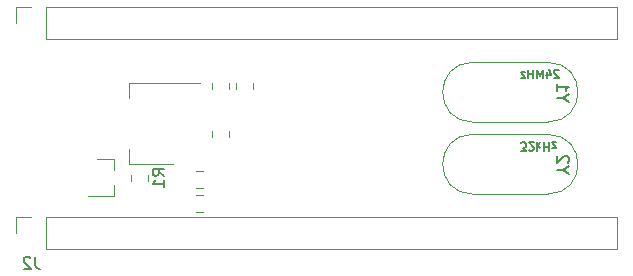
<source format=gbr>
G04 #@! TF.GenerationSoftware,KiCad,Pcbnew,(5.1.5)-3*
G04 #@! TF.CreationDate,2020-09-18T03:50:12-03:00*
G04 #@! TF.ProjectId,UFRGS PILL,55465247-5320-4504-994c-4c2e6b696361,0.1*
G04 #@! TF.SameCoordinates,Original*
G04 #@! TF.FileFunction,Legend,Bot*
G04 #@! TF.FilePolarity,Positive*
%FSLAX46Y46*%
G04 Gerber Fmt 4.6, Leading zero omitted, Abs format (unit mm)*
G04 Created by KiCad (PCBNEW (5.1.5)-3) date 2020-09-18 03:50:12*
%MOMM*%
%LPD*%
G04 APERTURE LIST*
%ADD10C,0.150000*%
%ADD11C,0.120000*%
G04 APERTURE END LIST*
D10*
X147344000Y-49659333D02*
X147777333Y-49659333D01*
X147544000Y-49392666D01*
X147644000Y-49392666D01*
X147710666Y-49359333D01*
X147744000Y-49326000D01*
X147777333Y-49259333D01*
X147777333Y-49092666D01*
X147744000Y-49026000D01*
X147710666Y-48992666D01*
X147644000Y-48959333D01*
X147444000Y-48959333D01*
X147377333Y-48992666D01*
X147344000Y-49026000D01*
X148044000Y-49592666D02*
X148077333Y-49626000D01*
X148144000Y-49659333D01*
X148310666Y-49659333D01*
X148377333Y-49626000D01*
X148410666Y-49592666D01*
X148444000Y-49526000D01*
X148444000Y-49459333D01*
X148410666Y-49359333D01*
X148010666Y-48959333D01*
X148444000Y-48959333D01*
X148744000Y-48959333D02*
X148744000Y-49659333D01*
X148810666Y-49226000D02*
X149010666Y-48959333D01*
X149010666Y-49426000D02*
X148744000Y-49159333D01*
X149310666Y-48959333D02*
X149310666Y-49659333D01*
X149310666Y-49326000D02*
X149710666Y-49326000D01*
X149710666Y-48959333D02*
X149710666Y-49659333D01*
X149977333Y-49426000D02*
X150344000Y-49426000D01*
X149977333Y-48959333D01*
X150344000Y-48959333D01*
X150554333Y-42863333D02*
X150521000Y-42830000D01*
X150454333Y-42796666D01*
X150287666Y-42796666D01*
X150221000Y-42830000D01*
X150187666Y-42863333D01*
X150154333Y-42930000D01*
X150154333Y-42996666D01*
X150187666Y-43096666D01*
X150587666Y-43496666D01*
X150154333Y-43496666D01*
X149554333Y-43030000D02*
X149554333Y-43496666D01*
X149721000Y-42763333D02*
X149887666Y-43263333D01*
X149454333Y-43263333D01*
X149187666Y-43496666D02*
X149187666Y-42796666D01*
X148954333Y-43296666D01*
X148721000Y-42796666D01*
X148721000Y-43496666D01*
X148387666Y-43496666D02*
X148387666Y-42796666D01*
X148387666Y-43130000D02*
X147987666Y-43130000D01*
X147987666Y-43496666D02*
X147987666Y-42796666D01*
X147721000Y-43030000D02*
X147354333Y-43030000D01*
X147721000Y-43496666D01*
X147354333Y-43496666D01*
D11*
X121210000Y-48521252D02*
X121210000Y-47998748D01*
X122630000Y-48521252D02*
X122630000Y-47998748D01*
X120178000Y-43961000D02*
X114168000Y-43961000D01*
X117928000Y-50781000D02*
X114168000Y-50781000D01*
X114168000Y-43961000D02*
X114168000Y-45221000D01*
X114168000Y-50781000D02*
X114168000Y-49521000D01*
X114352000Y-52204252D02*
X114352000Y-51681748D01*
X115772000Y-52204252D02*
X115772000Y-51681748D01*
X112901000Y-50363000D02*
X111441000Y-50363000D01*
X112901000Y-53523000D02*
X110741000Y-53523000D01*
X112901000Y-53523000D02*
X112901000Y-52593000D01*
X112901000Y-50363000D02*
X112901000Y-51293000D01*
X149658000Y-42179000D02*
G75*
G02X149658000Y-47229000I0J-2525000D01*
G01*
X143258000Y-42179000D02*
G75*
G03X143258000Y-47229000I0J-2525000D01*
G01*
X143258000Y-42179000D02*
X149658000Y-42179000D01*
X143258000Y-47229000D02*
X149658000Y-47229000D01*
X149658000Y-48275000D02*
G75*
G02X149658000Y-53325000I0J-2525000D01*
G01*
X143258000Y-48275000D02*
G75*
G03X143258000Y-53325000I0J-2525000D01*
G01*
X143258000Y-48275000D02*
X149658000Y-48275000D01*
X143258000Y-53325000D02*
X149658000Y-53325000D01*
X104588000Y-37532000D02*
X104588000Y-38862000D01*
X105918000Y-37532000D02*
X104588000Y-37532000D01*
X107188000Y-37532000D02*
X107188000Y-40192000D01*
X107188000Y-40192000D02*
X155508000Y-40192000D01*
X107188000Y-37532000D02*
X155508000Y-37532000D01*
X155508000Y-37532000D02*
X155508000Y-40192000D01*
X104588000Y-55312000D02*
X104588000Y-56642000D01*
X105918000Y-55312000D02*
X104588000Y-55312000D01*
X107188000Y-55312000D02*
X107188000Y-57972000D01*
X107188000Y-57972000D02*
X155508000Y-57972000D01*
X107188000Y-55312000D02*
X155508000Y-55312000D01*
X155508000Y-55312000D02*
X155508000Y-57972000D01*
X123242000Y-44457252D02*
X123242000Y-43934748D01*
X124662000Y-44457252D02*
X124662000Y-43934748D01*
X121210000Y-44457252D02*
X121210000Y-43934748D01*
X122630000Y-44457252D02*
X122630000Y-43934748D01*
X119880748Y-51360000D02*
X120403252Y-51360000D01*
X119880748Y-52780000D02*
X120403252Y-52780000D01*
X119880748Y-53392000D02*
X120403252Y-53392000D01*
X119880748Y-54812000D02*
X120403252Y-54812000D01*
D10*
X117164380Y-51776333D02*
X116688190Y-51443000D01*
X117164380Y-51204904D02*
X116164380Y-51204904D01*
X116164380Y-51585857D01*
X116212000Y-51681095D01*
X116259619Y-51728714D01*
X116354857Y-51776333D01*
X116497714Y-51776333D01*
X116592952Y-51728714D01*
X116640571Y-51681095D01*
X116688190Y-51585857D01*
X116688190Y-51204904D01*
X117164380Y-52728714D02*
X117164380Y-52157285D01*
X117164380Y-52443000D02*
X116164380Y-52443000D01*
X116307238Y-52347761D01*
X116402476Y-52252523D01*
X116450095Y-52157285D01*
X150899809Y-45180190D02*
X150423619Y-45180190D01*
X151423619Y-45513523D02*
X150899809Y-45180190D01*
X151423619Y-44846857D01*
X150423619Y-43989714D02*
X150423619Y-44561142D01*
X150423619Y-44275428D02*
X151423619Y-44275428D01*
X151280761Y-44370666D01*
X151185523Y-44465904D01*
X151137904Y-44561142D01*
X150899809Y-51276190D02*
X150423619Y-51276190D01*
X151423619Y-51609523D02*
X150899809Y-51276190D01*
X151423619Y-50942857D01*
X151328380Y-50657142D02*
X151376000Y-50609523D01*
X151423619Y-50514285D01*
X151423619Y-50276190D01*
X151376000Y-50180952D01*
X151328380Y-50133333D01*
X151233142Y-50085714D01*
X151137904Y-50085714D01*
X150995047Y-50133333D01*
X150423619Y-50704761D01*
X150423619Y-50085714D01*
X106251333Y-58634380D02*
X106251333Y-59348666D01*
X106298952Y-59491523D01*
X106394190Y-59586761D01*
X106537047Y-59634380D01*
X106632285Y-59634380D01*
X105822761Y-58729619D02*
X105775142Y-58682000D01*
X105679904Y-58634380D01*
X105441809Y-58634380D01*
X105346571Y-58682000D01*
X105298952Y-58729619D01*
X105251333Y-58824857D01*
X105251333Y-58920095D01*
X105298952Y-59062952D01*
X105870380Y-59634380D01*
X105251333Y-59634380D01*
M02*

</source>
